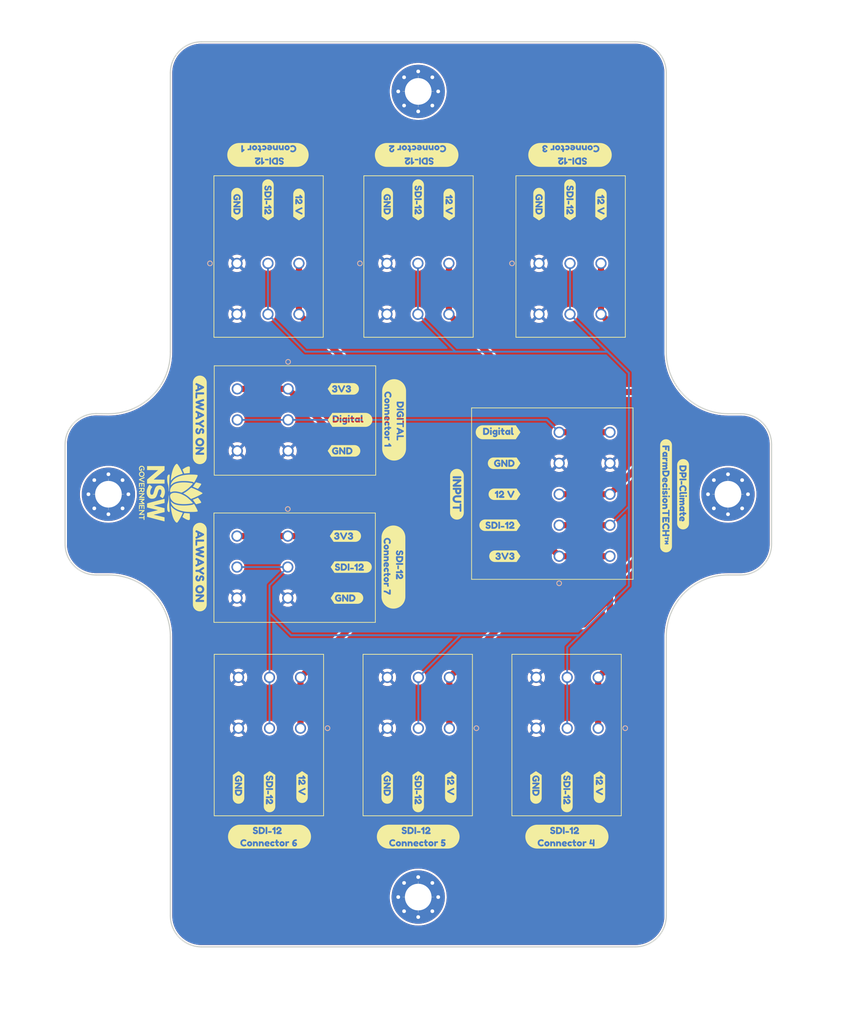
<source format=kicad_pcb>
(kicad_pcb (version 20211014) (generator pcbnew)
  (layers (0 "F.Cu" signal) (31 "B.Cu" signal) (34 "B.Paste" user) (35 "F.Paste" user) (36 "B.SilkS" user "B.Silkscreen") (37 "F.SilkS" user "F.Silkscreen") (38 "B.Mask" user) (39 "F.Mask" user) (44 "Edge.Cuts" user))
  (net 0 "")
  (net 1 "+12V")
  (net 2 "SDI-12_DATA")
  (net 3 "GND")
  (net 4 "+3.3V")
  (net 5 "Digital_Interrupt")
  (footprint "kibuzzard-6373244B" (layer "F.Cu") (at 91.25 53.005066 -90)
    (fp_text reference "kibuzzard-6373244B" hide)
    (fp_text value "G***" hide)
  )
  (footprint "kibuzzard-63638BF5" (layer "F.Cu") (at 67 45.75 180)
    (fp_text reference "kibuzzard-63638BF5" hide)
    (fp_text value "G***" hide)
  )
  (footprint "kibuzzard-63638C4D" (layer "F.Cu") (at 115.75 45.75 180)
    (fp_text reference "kibuzzard-63638C4D" hide)
    (fp_text value "G***" hide)
  )
  (footprint "DPI:small_nsw_gov" (layer "F.Cu") (at 51.119876 100.544963 -90)
    (fp_text reference "REF**" hide)
    (fp_text value "small_nsw_gov" hide)
  )
  (footprint "2604-3103:2604-3103" (layer "F.Cu") (at 62 63.25)
    (fp_text reference "J5" hide)
    (fp_text value "2604-3103" hide)
    (pad "1" thru_hole circle locked (at 0 0) (size 1.8034 1.8034) (drill 1.2954) (layers *.Cu *.Mask) (net 3 "GND"))
    (pad "2" thru_hole circle locked (at 0 8.199999) (size 1.8034 1.8034) (drill 1.2954) (layers *.Cu *.Mask) (net 3 "GND"))
    (pad "3" thru_hole circle locked (at 5 0) (size 1.8034 1.8034) (drill 1.2954) (layers *.Cu *.Mask) (net 2 "SDI-12_DATA"))
    (pad "4" thru_hole circle locked (at 5 8.199999) (size 1.8034 1.8034) (drill 1.2954) (layers *.Cu *.Mask) (net 2 "SDI-12_DATA"))
    (pad "5" thru_hole circle locked (at 10 0) (size 1.8034 1.8034) (drill 1.2954) (layers *.Cu *.Mask) (net 1 "+12V"))
    (pad "6" thru_hole circle locked (at 10 8.199999) (size 1.8034 1.8034) (drill 1.2954) (layers *.Cu *.Mask) (net 1 "+12V"))
  )
  (footprint "kibuzzard-63732503" (layer "F.Cu") (at 96.5 147.75 -90)
    (fp_text reference "kibuzzard-63732503" hide)
    (fp_text value "G***" hide)
  )
  (footprint "kibuzzard-63732958" (layer "F.Cu") (at 97.5 100.5 -90)
    (fp_text reference "kibuzzard-63732958" hide)
    (fp_text value "G***" hide)
  )
  (footprint "kibuzzard-6373250A" (layer "F.Cu") (at 86.25 147.809002 -90)
    (fp_text reference "kibuzzard-6373250A" hide)
    (fp_text value "G***" hide)
  )
  (footprint "2604-3105:2604-3105" (layer "F.Cu") (at 114 110.500001 90)
    (fp_text reference "J8" hide)
    (fp_text value "2604-3105" hide)
    (pad "1" thru_hole circle locked (at 0 0 90) (size 1.8034 1.8034) (drill 1.2954) (layers *.Cu *.Mask) (net 4 "+3.3V"))
    (pad "2" thru_hole circle locked (at 0 8.199999 90) (size 1.8034 1.8034) (drill 1.2954) (layers *.Cu *.Mask) (net 4 "+3.3V"))
    (pad "3" thru_hole circle locked (at 5 0 90) (size 1.8034 1.8034) (drill 1.2954) (layers *.Cu *.Mask) (net 2 "SDI-12_DATA"))
    (pad "4" thru_hole circle locked (at 5 8.199999 90) (size 1.8034 1.8034) (drill 1.2954) (layers *.Cu *.Mask) (net 2 "SDI-12_DATA"))
    (pad "5" thru_hole circle locked (at 10.000001 0 90) (size 1.8034 1.8034) (drill 1.2954) (layers *.Cu *.Mask) (net 1 "+12V"))
    (pad "6" thru_hole circle locked (at 10.000001 8.199999 90) (size 1.8034 1.8034) (drill 1.2954) (layers *.Cu *.Mask) (net 1 "+12V"))
    (pad "7" thru_hole circle locked (at 15.000001 0 90) (size 1.8034 1.8034) (drill 1.2954) (layers *.Cu *.Mask) (net 3 "GND"))
    (pad "8" thru_hole circle locked (at 15.000001 8.199999 90) (size 1.8034 1.8034) (drill 1.2954) (layers *.Cu *.Mask) (net 3 "GND"))
    (pad "9" thru_hole circle locked (at 20.000001 0 90) (size 1.8034 1.8034) (drill 1.2954) (layers *.Cu *.Mask) (net 5 "Digital_Interrupt"))
    (pad "10" thru_hole circle locked (at 20.000001 8.199999 90) (size 1.8034 1.8034) (drill 1.2954) (layers *.Cu *.Mask) (net 5 "Digital_Interrupt"))
  )
  (footprint "kibuzzard-637329BA" (layer "F.Cu") (at 80.25 88.5)
    (fp_text reference "kibuzzard-637329BA" hide)
    (fp_text value "G***" hide)
  )
  (footprint "kibuzzard-63638C46" (layer "F.Cu") (at 91 45.75 180)
    (fp_text reference "kibuzzard-63638C46" hide)
    (fp_text value "G***" hide)
  )
  (footprint "kibuzzard-63638C5F" (layer "F.Cu") (at 67.25 155.75)
    (fp_text reference "kibuzzard-63638C5F" hide)
    (fp_text value "G***" hide)
  )
  (footprint "kibuzzard-63732510" (layer "F.Cu") (at 67.25 148.494934 -90)
    (fp_text reference "kibuzzard-63732510" hide)
    (fp_text value "G***" hide)
  )
  (footprint "kibuzzard-637324B6" (layer "F.Cu") (at 105.177695 100.5)
    (fp_text reference "kibuzzard-637324B6" hide)
    (fp_text value "G***" hide)
  )
  (footprint "kibuzzard-6373244B" (layer "F.Cu") (at 67 53.005066 -90)
    (fp_text reference "kibuzzard-6373244B" hide)
    (fp_text value "G***" hide)
  )
  (footprint "kibuzzard-6373285E" (layer "F.Cu") (at 79.161637 83.5)
    (fp_text reference "kibuzzard-6373285E" hide)
    (fp_text value "G***" hide)
  )
  (footprint "kibuzzard-63732901" (layer "F.Cu") (at 56 112.25 -90)
    (fp_text reference "kibuzzard-63732901" hide)
    (fp_text value "G***" hide)
  )
  (footprint "kibuzzard-63638C59" (layer "F.Cu") (at 91.25 155.75)
    (fp_text reference "kibuzzard-63638C59" hide)
    (fp_text value "G***" hide)
  )
  (footprint "2604-3103:2604-3103" (layer "F.Cu") (at 120.298076 138.25 180)
    (fp_text reference "J1" hide)
    (fp_text value "2604-3103" hide)
    (pad "1" thru_hole circle locked (at 0 0 180) (size 1.8034 1.8034) (drill 1.2954) (layers *.Cu *.Mask) (net 1 "+12V"))
    (pad "2" thru_hole circle locked (at 0 8.199999 180) (size 1.8034 1.8034) (drill 1.2954) (layers *.Cu *.Mask) (net 1 "+12V"))
    (pad "3" thru_hole circle locked (at 5 0 180) (size 1.8034 1.8034) (drill 1.2954) (layers *.Cu *.Mask) (net 2 "SDI-12_DATA"))
    (pad "4" thru_hole circle locked (at 5 8.199999 180) (size 1.8034 1.8034) (drill 1.2954) (layers *.Cu *.Mask) (net 2 "SDI-12_DATA"))
    (pad "5" thru_hole circle locked (at 10 0 180) (size 1.8034 1.8034) (drill 1.2954) (layers *.Cu *.Mask) (net 3 "GND"))
    (pad "6" thru_hole circle locked (at 10 8.199999 180) (size 1.8034 1.8034) (drill 1.2954) (layers *.Cu *.Mask) (net 3 "GND"))
  )
  (footprint "kibuzzard-63732503" (layer "F.Cu") (at 120.5 147.75 -90)
    (fp_text reference "kibuzzard-63732503" hide)
    (fp_text value "G***" hide)
  )
  (footprint "2604-3103:2604-3103" (layer "F.Cu") (at 96.274038 138.25 180)
    (fp_text reference "J2" hide)
    (fp_text value "2604-3103" hide)
    (pad "1" thru_hole circle locked (at 0 0 180) (size 1.8034 1.8034) (drill 1.2954) (layers *.Cu *.Mask) (net 1 "+12V"))
    (pad "2" thru_hole circle locked (at 0 8.199999 180) (size 1.8034 1.8034) (drill 1.2954) (layers *.Cu *.Mask) (net 1 "+12V"))
    (pad "3" thru_hole circle locked (at 5 0 180) (size 1.8034 1.8034) (drill 1.2954) (layers *.Cu *.Mask) (net 2 "SDI-12_DATA"))
    (pad "4" thru_hole circle locked (at 5 8.199999 180) (size 1.8034 1.8034) (drill 1.2954) (layers *.Cu *.Mask) (net 2 "SDI-12_DATA"))
    (pad "5" thru_hole circle locked (at 10 0 180) (size 1.8034 1.8034) (drill 1.2954) (layers *.Cu *.Mask) (net 3 "GND"))
    (pad "6" thru_hole circle locked (at 10 8.199999 180) (size 1.8034 1.8034) (drill 1.2954) (layers *.Cu *.Mask) (net 3 "GND"))
  )
  (footprint "kibuzzard-637324AF" (layer "F.Cu") (at 105.228363 110.500001)
    (fp_text reference "kibuzzard-637324AF" hide)
    (fp_text value "G***" hide)
  )
  (footprint "kibuzzard-63638C53" (layer "F.Cu") (at 115.25 155.75)
    (fp_text reference "kibuzzard-63638C53" hide)
    (fp_text value "G***" hide)
  )
  (footprint "kibuzzard-63638FDF" (layer "F.Cu") (at 134 100.5 -90)
    (fp_text reference "kibuzzard-63638FDF" hide)
    (fp_text value "G***" hide)
  )
  (footprint "kibuzzard-63732503" (layer "F.Cu") (at 72.5 147.75 -90)
    (fp_text reference "kibuzzard-63732503" hide)
    (fp_text value "G***" hide)
  )
  (footprint "kibuzzard-6373244B" (layer "F.Cu") (at 115.75 53.005066 -90)
    (fp_text reference "kibuzzard-6373244B" hide)
    (fp_text value "G***" hide)
  )
  (footprint "kibuzzard-6373250A" (layer "F.Cu") (at 79.75 117.25)
    (fp_text reference "kibuzzard-6373250A" hide)
    (fp_text value "G***" hide)
  )
  (footprint "MountingHole:MountingHole_4.3mm_M4_Pad_Via" (layer "F.Cu") (at 41.25 100.5)
    (fp_text reference "REF**" hide)
    (fp_text value "MountingHole_4.3mm_M4_Pad_Via" hide)
    (pad "1" thru_hole circle locked (at 2.280419 2.280419) (size 0.9 0.9) (drill 0.6) (layers *.Cu *.Mask))
    (pad "1" thru_hole circle locked (at 0 3.225) (size 0.9 0.9) (drill 0.6) (layers *.Cu *.Mask))
    (pad "1" thru_hole circle locked (at 0 -3.225) (size 0.9 0.9) (drill 0.6) (layers *.Cu *.Mask))
    (pad "1" thru_hole circle locked (at 3.225 0) (size 0.9 0.9) (drill 0.6) (layers *.Cu *.Mask))
    (pad "1" thru_hole circle locked (at -2.280419 2.280419) (size 0.9 0.9) (drill 0.6) (layers *.Cu *.Mask))
    (pad "1" thru_hole circle locked (at -2.280419 -2.280419) (size 0.9 0.9) (drill 0.6) (layers *.Cu *.Mask))
    (pad "1" thru_hole circle locked (at 0 0) (size 8.6 8.6) (drill 4.3) (layers *.Cu *.Mask))
    (pad "1" thru_hole circle locked (at -3.225 0) (size 0.9 0.9) (drill 0.6) (layers *.Cu *.Mask))
    (pad "1" thru_hole circle locked (at 2.280419 -2.280419) (size 0.9 0.9) (drill 0.6) (layers *.Cu *.Mask))
  )
  (footprint "kibuzzard-6363901F" (layer "F.Cu") (at 131.25 100.75 -90)
    (fp_text reference "kibuzzard-6363901F" hide)
    (fp_text value "G***" hide)
  )
  (footprint "kibuzzard-6373285E" (layer "F.Cu") (at 79.5 107.25)
    (fp_text reference "kibuzzard-6373285E" hide)
    (fp_text value "G***" hide)
  )
  (footprint "kibuzzard-63732510" (layer "F.Cu") (at 80.435932 112.25)
    (fp_text reference "kibuzzard-63732510" hide)
    (fp_text value "G***" hide)
  )
  (footprint "kibuzzard-63732901" (layer "F.Cu") (at 56 88.5 -90)
    (fp_text reference "kibuzzard-63732901" hide)
    (fp_text value "G***" hide)
  )
  (footprint "kibuzzard-637329F2" (layer "F.Cu") (at 87.359999 88.5 -90)
    (fp_text reference "kibuzzard-637329F2" hide)
    (fp_text value "G***" hide)
  )
  (footprint "2604-3103:2604-3103" (layer "F.Cu") (at 72.25 138.25 180)
    (fp_text reference "J3" hide)
    (fp_text value "2604-3103" hide)
    (pad "1" thru_hole circle locked (at 0 0 180) (size 1.8034 1.8034) (drill 1.2954) (layers *.Cu *.Mask) (net 1 "+12V"))
    (pad "2" thru_hole circle locked (at 0 8.199999 180) (size 1.8034 1.8034) (drill 1.2954) (layers *.Cu *.Mask) (net 1 "+12V"))
    (pad "3" thru_hole circle locked (at 5 0 180) (size 1.8034 1.8034) (drill 1.2954) (layers *.Cu *.Mask) (net 2 "SDI-12_DATA"))
    (pad "4" thru_hole circle locked (at 5 8.199999 180) (size 1.8034 1.8034) (drill 1.2954) (layers *.Cu *.Mask) (net 2 "SDI-12_DATA"))
    (pad "5" thru_hole circle locked (at 10 0 180) (size 1.8034 1.8034) (drill 1.2954) (layers *.Cu *.Mask) (net 3 "GND"))
    (pad "6" thru_hole circle locked (at 10 8.199999 180) (size 1.8034 1.8034) (drill 1.2954) (layers *.Cu *.Mask) (net 3 "GND"))
  )
  (footprint "kibuzzard-637323EC" (layer "F.Cu") (at 110.75 53.690998 -90)
    (fp_text reference "kibuzzard-637323EC" hide)
    (fp_text value "G***" hide)
  )
  (footprint "kibuzzard-637323EC" (layer "F.Cu") (at 105.118693 95.5)
    (fp_text reference "kibuzzard-637323EC" hide)
    (fp_text value "G***" hide)
  )
  (footprint "kibuzzard-637324B6" (layer "F.Cu") (at 120.75 53.75 -90)
    (fp_text reference "kibuzzard-637324B6" hide)
    (fp_text value "G***" hide)
  )
  (footprint "2604-3103:2604-3103" (layer "F.Cu") (at 70.25 83.5 -90)
    (fp_text reference "J4" hide)
    (fp_text value "2604-3103" hide)
    (pad "1" thru_hole circle locked (at 0 0 270) (size 1.8034 1.8034) (drill 1.2954) (layers *.Cu *.Mask) (net 4 "+3.3V"))
    (pad "2" thru_hole circle locked (at 0 8.199999 270) (size 1.8034 1.8034) (drill 1.2954) (layers *.Cu *.Mask) (net 4 "+3.3V"))
    (pad "3" thru_hole circle locked (at 5 0 270) (size 1.8034 1.8034) (drill 1.2954) (layers *.Cu *.Mask) (net 5 "Digital_Interrupt"))
    (pad "4" thru_hole circle locked (at 5 8.199999 270) (size 1.8034 1.8034) (drill 1.2954) (layers *.Cu *.Mask) (net 5 "Digital_Interrupt"))
    (pad "5" thru_hole circle locked (at 10 0 270) (size 1.8034 1.8034) (drill 1.2954) (layers *.Cu *.Mask) (net 3 "GND"))
    (pad "6" thru_hole circle locked (at 10 8.199999 270) (size 1.8034 1.8034) (drill 1.2954) (layers *.Cu *.Mask) (net 3 "GND"))
  )
  (footprint "kibuzzard-637324B6" (layer "F.Cu") (at 72 53.75 -90)
    (fp_text reference "kibuzzard-637324B6" hide)
    (fp_text value "G***" hide)
  )
  (footprint "MountingHole:MountingHole_4.3mm_M4_Pad_Via" (layer "F.Cu") (at 141.25 100.5)
    (fp_text reference "REF**" hide)
    (fp_text value "MountingHole_4.3mm_M4_Pad_Via" hide)
    (pad "1" thru_hole circle locked (at 0 3.225) (size 0.9 0.9) (drill 0.6) (layers *.Cu *.Mask))
    (pad "1" thru_hole circle locked (at -2.280419 -2.280419) (size 0.9 0.9) (drill 0.6) (layers *.Cu *.Mask))
    (pad "1" thru_hole circle locked (at 2.280419 -2.280419) (size 0.9 0.9) (drill 0.6) (layers *.Cu *.Mask))
    (pad "1" thru_hole circle locked (at -2.280419 2.280419) (size 0.9 0.9) (drill 0.6) (layers *.Cu *.Mask))
    (pad "1" thru_hole circle locked (at 2.280419 2.280419) (size 0.9 0.9) (drill 0.6) (layers *.Cu *.Mask))
    (pad "1" thru_hole circle locked (at 0 0) (size 8.6 8.6) (drill 4.3) (layers *.Cu *.Mask))
    (pad "1" thru_hole circle locked (at -3.225 0) (size 0.9 0.9) (drill 0.6) (layers *.Cu *.Mask))
    (pad "1" thru_hole circle locked (at 3.225 0) (size 0.9 0.9) (drill 0.6) (layers *.Cu *.Mask))
    (pad "1" thru_hole circle locked (at 0 -3.225) (size 0.9 0.9) (drill 0.6) (layers *.Cu *.Mask))
  )
  (footprint "kibuzzard-6373250A" (layer "F.Cu") (at 110.25 147.809002 -90)
    (fp_text reference "kibuzzard-6373250A" hide)
    (fp_text value "G***" hide)
  )
  (footprint "kibuzzard-6373244B" (layer "F.Cu") (at 104.432761 105.500001)
    (fp_text reference "kibuzzard-6373244B" hide)
    (fp_text value "G***" hide)
  )
  (footprint "kibuzzard-63732487" (layer "F.Cu") (at 104.14 90.5)
    (fp_text reference "kibuzzard-63732487" hide)
    (fp_text value "G***" hide)
  )
  (footprint "kibuzzard-6373250A" (layer "F.Cu") (at 62.25 147.809002 -90)
    (fp_text reference "kibuzzard-6373250A" hide)
    (fp_text value "G***" hide)
  )
  (footprint "MountingHole:MountingHole_4.3mm_M4_Pad_Via" (layer "F.Cu") (at 91.25 35.5)
    (fp_text reference "REF**" hide)
    (fp_text value "MountingHole_4.3mm_M4_Pad_Via" hide)
    (pad "1" thru_hole circle locked (at 0 0) (size 8.6 8.6) (drill 4.3) (layers *.Cu *.Mask))
    (pad "1" thru_hole circle locked (at 2.280419 -2.280419) (size 0.9 0.9) (drill 0.6) (layers *.Cu *.Mask))
    (pad "1" thru_hole circle locked (at 3.225 0) (size 0.9 0.9) (drill 0.6) (layers *.Cu *.Mask))
    (pad "1" thru_hole circle locked (at -3.225 0) (size 0.9 0.9) (drill 0.6) (layers *.Cu *.Mask))
    (pad "1" thru_hole circle locked (at 2.280419 2.280419) (size 0.9 0.9) (drill 0.6) (layers *.Cu *.Mask))
    (pad "1" thru_hole circle locked (at -2.280419 2.280419) (size 0.9 0.9) (drill 0.6) (layers *.Cu *.Mask))
    (pad "1" thru_hole circle locked (at 0 3.225) (size 0.9 0.9) (drill 0.6) (layers *.Cu *.Mask))
    (pad "1" thru_hole circle locked (at -2.280419 -2.280419) (size 0.9 0.9) (drill 0.6) (layers *.Cu *.Mask))
    (pad "1" thru_hole circle locked (at 0 -3.225) (size 0.9 0.9) (drill 0.6) (layers *.Cu *.Mask))
  )
  (footprint "kibuzzard-63732510" (layer "F.Cu") (at 115.25 148.494934 -90)
    (fp_text reference "kibuzzard-63732510" hide)
    (fp_text value "G***" hide)
  )
  (footprint "2604-3103:2604-3103" (layer "F.Cu") (at 70.199999 107.25 -90)
    (fp_text reference "J9" hide)
    (fp_text value "2604-3103" hide)
    (pad "1" thru_hole circle locked (at 0 0 270) (size 1.8034 1.8034) (drill 1.2954) (layers *.Cu *.Mask) (net 4 "+3.3V"))
    (pad "2" thru_hole circle locked (at 0 8.199999 270) (size 1.8034 1.8034) (drill 1.2954) (layers *.Cu *.Mask) (net 4 "+3.3V"))
    (pad "3" thru_hole circle locked (at 5 0 270) (size 1.8034 1.8034) (drill 1.2954) (layers *.Cu *.Mask) (net 2 "SDI-12_DATA"))
    (pad "4" thru_hole circle locked (at 5 8.199999 270) (size 1.8034 1.8034) (drill 1.2954) (layers *.Cu *.Mask) (net 2 "SDI-12_DATA"))
    (pad "5" thru_hole circle locked (at 10 0 270) (size 1.8034 1.8034) (drill 1.2954) (layers *.Cu *.Mask) (net 3 "GND"))
    (pad "6" thru_hole circle locked (at 10 8.199999 270) (size 1.8034 1.8034) (drill 1.2954) (layers *.Cu *.Mask) (net 3 "GND"))
  )
  (footprint "kibuzzard-63732831" (layer "F.Cu") (at 87.25 112.25 -90)
    (fp_text reference "kibuzzard-63732831" hide)
    (fp_text value "G***" hide)
  )
  (footprint "2604-3103:2604-3103" (layer "F.Cu") (at 86.201924 63.25)
    (fp_text reference "J6" hide)
    (fp_text value "2604-3103" hide)
    (pad "1" thru_hole circle locked (at 0 0) (size 1.8034 1.8034) (drill 1.2954) (layers *.Cu *.Mask) (net 3 "GND"))
    (pad "2" thru_hole circle locked (at 0 8.199999) (size 1.8034 1.8034) (drill 1.2954) (layers *.Cu *.Mask) (net 3 "GND"))
    (pad "3" thru_hole circle locked (at 5 0) (size 1.8034 1.8034) (drill 1.2954) (layers *.Cu *.Mask) (net 2 "SDI-12_DATA"))
    (pad "4" thru_hole circle locked (at 5 8.199999) (size 1.8034 1.8034) (drill 1.2954) (layers *.Cu *.Mask) (net 2 "SDI-12_DATA"))
    (pad "5" thru_hole circle locked (at 10 0) (size 1.8034 1.8034) (drill 1.2954) (layers *.Cu *.Mask) (net 1 "+12V"))
    (pad "6" thru_hole circle locked (at 10 8.199999) (size 1.8034 1.8034) (drill 1.2954) (layers *.Cu *.Mask) (net 1 "+12V"))
  )
  (footprint "kibuzzard-63732510" (layer "F.Cu") (at 91.25 148.494934 -90)
    (fp_text reference "kibuzzard-63732510" hide)
    (fp_text value "G***" hide)
  )
  (footprint "MountingHole:MountingHole_4.3mm_M4_Pad_Via" (layer "F.Cu") (at 91.25 165.5)
    (fp_text reference "REF**" hide)
    (fp_text value "MountingHole_4.3mm_M4_Pad_Via" hide)
    (pad "1" thru_hole circle locked (at 3.225 0) (size 0.9 0.9) (drill 0.6) (layers *.Cu *.Mask))
    (pad "1" thru_hole circle locked (at 2.280419 -2.280419) (size 0.9 0.9) (drill 0.6) (layers *.Cu *.Mask))
    (pad "1" thru_hole circle locked (at -2.280419 -2.280419) (size 0.9 0.9) (drill 0.6) (layers *.Cu *.Mask))
    (pad "1" thru_hole circle locked (at 0 -3.225) (size 0.9 0.9) (drill 0.6) (layers *.Cu *.Mask))
    (pad "1" thru_hole circle locked (at 0 0) (size 8.6 8.6) (drill 4.3) (layers *.Cu *.Mask))
    (pad "1" thru_hole circle locked (at -2.280419 2.280419) (size 0.9 0.9) (drill 0.6) (layers *.Cu *.Mask))
    (pad "1" thru_hole circle locked (at -3.225 0) (size 0.9 0.9) (drill 0.6) (layers *.Cu *.Mask))
    (pad "1" thru_hole circle locked (at 0 3.225) (size 0.9 0.9) (drill 0.6) (layers *.Cu *.Mask))
    (pad "1" thru_hole circle locked (at 2.280419 2.280419) (size 0.9 0.9) (drill 0.6) (layers *.Cu *.Mask))
  )
  (footprint "kibuzzard-637323EC" (layer "F.Cu") (at 86.25 53.690998 -90)
    (fp_text reference "kibuzzard-637323EC" hide)
    (fp_text value "G***" hide)
  )
  (footprint "kibuzzard-6373250A" (layer "F.Cu") (at 79.271307 93.5)
    (fp_text reference "kibuzzard-6373250A" hide)
    (fp_text value "G***" hide)
  )
  (footprint "kibuzzard-637324B6" (layer "F.Cu") (at 96.25 53.75 -90)
    (fp_text reference "kibuzzard-637324B6" hide)
    (fp_text value "G***" hide)
  )
  (footprint "2604-3103:2604-3103" (layer "F.Cu") (at 110.75 63.25)
    (fp_text reference "J7" hide)
    (fp_text value "2604-3103" hide)
    (pad "1" thru_hole circle locked (at 0 0) (size 1.8034 1.8034) (drill 1.2954) (layers *.Cu *.Mask) (net 3 "GND"))
    (pad "2" thru_hole circle locked (at 0 8.199999) (size 1.8034 1.8034) (drill 1.2954) (layers *.Cu *.Mask) (net 3 "GND"))
    (pad "3" thru_hole circle locked (at 5 0) (size 1.8034 1.8034) (drill 1.2954) (layers *.Cu *.Mask) (net 2 "SDI-12_DATA"))
    (pad "4" thru_hole circle locked (at 5 8.199999) (size 1.8034 1.8034) (drill 1.2954) (layers *.Cu *.Mask) (net 2 "SDI-12_DATA"))
    (pad "5" thru_hole circle locked (at 10 0) (size 1.8034 1.8034) (drill 1.2954) (layers *.Cu *.Mask) (net 1 "+12V"))
    (pad "6" thru_hole circle locked (at 10 8.199999) (size 1.8034 1.8034) (drill 1.2954) (layers *.Cu *.Mask) (net 1 "+12V"))
  )
  (footprint "kibuzzard-637323EC" (layer "F.Cu") (at 62 53.690998 -90)
    (fp_text reference "kibuzzard-637323EC" hide)
    (fp_text value "G***" hide)
  )
  (gr_line (start 51.25 32.5) (end 51.25 77.522) (layer "Edge.Cuts") (width 0.2))
  (gr_line (start 51.25 123.517) (end 51.25 168.539) (layer "Edge.Cuts") (width 0.2))
  (gr_curve (pts (xy 143.2837 113.526) (xy 146.0587 113.526) (xy 148.2997 111.285) (xy 148.2787 108.53)) (layer "Edge.Cuts") (width 0.2))
  (gr_line (start 41.2607 87.513) (end 39.2598 87.492) (layer "Edge.Cuts") (width 0.2))
  (gr_line (start 126.2647 27.504) (end 56.2676 27.504) (layer "Edge.Cuts") (width 0.2))
  (gr_curve (pts (xy 51.25 168.539) (xy 51.2722 171.293) (xy 53.5127 173.534) (xy 56.2676 173.534)) (layer "Edge.Cuts") (width 0.2))
  (gr_line (start 56.2676 173.534) (end 126.2647 173.534) (layer "Edge.Cuts") (width 0.2))
  (gr_curve (pts (xy 131.2827 77.522) (xy 131.2827 83.036) (xy 135.7597 87.513) (xy 141.2827 87.513)) (layer "Edge.Cuts") (width 0.2))
  (gr_curve (pts (xy 141.2737 113.526) (xy 135.7597 113.505) (xy 131.2827 117.982) (xy 131.2827 123.517)) (layer "Edge.Cuts") (width 0.2))
  (gr_curve (pts (xy 51.25 123.517) (xy 51.2722 117.982) (xy 46.7934 113.505) (xy 41.2607 113.526)) (layer "Edge.Cuts") (width 0.2))
  (gr_line (start 141.2737 113.526) (end 143.2837 113.526) (layer "Edge.Cuts") (width 0.2))
  (gr_line (start 131.2827 168.539) (end 131.2827 123.517) (layer "Edge.Cuts") (width 0.2))
  (gr_line (start 143.2837 87.513) (end 141.2827 87.513) (layer "Edge.Cuts") (width 0.2))
  (gr_curve (pts (xy 41.2607 87.513) (xy 46.7934 87.513) (xy 51.2722 83.036) (xy 51.25 77.522)) (layer "Edge.Cuts") (width 0.2))
  (gr_line (start 131.2827 77.522) (end 131.2827 32.5) (layer "Edge.Cuts") (width 0.2))
  (gr_curve (pts (xy 131.2827 32.5) (xy 131.2827 29.724) (xy 129.0407 27.484) (xy 126.2647 27.504)) (layer "Edge.Cuts") (width 0.2))
  (gr_line (start 39.2488 113.526) (end 41.2607 113.526) (layer "Edge.Cuts") (width 0.2))
  (gr_curve (pts (xy 56.2676 27.504) (xy 53.5127 27.484) (xy 51.2722 29.724) (xy 51.25 32.5)) (layer "Edge.Cuts") (width 0.2))
  (gr_curve (pts (xy 148.2787 92.508) (xy 148.2997 89.733) (xy 146.0587 87.492) (xy 143.2837 87.513)) (layer "Edge.Cuts") (width 0.2))
  (gr_line (start 34.2535 92.508) (end 34.2535 108.521) (layer "Edge.Cuts") (width 0.2))
  (gr_line (start 148.2787 108.53) (end 148.2787 92.508) (layer "Edge.Cuts") (width 0.2))
  (gr_curve (pts (xy 34.2535 108.521) (xy 34.2535 111.285) (xy 36.4954 113.526) (xy 39.2488 113.526)) (layer "Edge.Cuts") (width 0.2))
  (gr_curve (pts (xy 39.2598 87.492) (xy 36.4954 87.492) (xy 34.2535 89.733) (xy 34.2535 92.508)) (layer "Edge.Cuts") (width 0.2))
  (gr_curve (pts (xy 126.2647 173.534) (xy 129.0407 173.534) (xy 131.2827 171.293) (xy 131.2827 168.539)) (layer "Edge.Cuts") (width 0.2))
  (target plus (at 91.25 35.5) (size 5) (width 0.05) (layer "Edge.Cuts"))
  (target plus (at 141.25 100.5) (size 5) (width 0.05) (layer "Edge.Cuts"))
  (target plus (at 41.25 100.5) (size 5) (width 0.05) (layer "Edge.Cuts"))
  (target plus (at 91.25 165.5) (size 5) (width 0.05) (layer "Edge.Cuts"))
  (segment (start 122.199999 115.199999) (end 122.199999 117.300001) (width 1) (layer "F.Cu") (net 1))
  (segment (start 127.75 78.449999) (end 120.75 71.449999) (width 1) (layer "F.Cu") (net 1))
  (segment (start 127.75 109.649998) (end 122.199999 115.199999) (width 1) (layer "F.Cu") (net 1))
  (segment (start 80.800001 121.5) (end 72.25 130.050001) (width 1) (layer "F.Cu") (net 1))
  (segment (start 118 121.5) (end 104.25 121.5) (width 1) (layer "F.Cu") (net 1))
  (segment (start 108.751925 84) (end 84.550001 84) (width 1) (layer "F.Cu") (net 1))
  (segment (start 108.751925 84) (end 96.201924 71.449999) (width 1) (layer "F.Cu") (net 1))
  (segment (start 127.75 94.7554) (end 127.75 109.649998) (width 1) (layer "F.Cu") (net 1))
  (segment (start 104.25 121.5) (end 104.25 122.074039) (width 1) (layer "F.Cu") (net 1))
  (segment (start 104.25 121.5) (end 80.800001 121.5) (width 1) (layer "F.Cu") (net 1))
  (segment (start 127.75 84) (end 127.75 78.449999) (width 1) (layer "F.Cu") (net 1))
  (segment (start 127.75 84) (end 108.751925 84) (width 1) (layer "F.Cu") (net 1))
  (segment (start 72.25 130.050001) (end 72.25 138.25) (width 1) (layer "F.Cu") (net 1))
  (segment (start 96.274038 130.050001) (end 96.274038 138.25) (width 1) (layer "F.Cu") (net 1))
  (segment (start 96.201924 71.449999) (end 96.201924 63.25) (width 1) (layer "F.Cu") (net 1))
  (segment (start 114 100.5) (end 122.199999 100.5) (width 1) (layer "F.Cu") (net 1))
  (segment (start 122.199999 100.5) (end 127.75 94.949999) (width 1) (layer "F.Cu") (net 1))
  (segment (start 84.550001 84) (end 72 71.449999) (width 1) (layer "F.Cu") (net 1))
  (segment (start 104.25 122.074039) (end 96.274038 130.050001) (width 1) (layer "F.Cu") (net 1))
  (segment (start 120.75 71.449999) (end 120.75 63.25) (width 1) (layer "F.Cu") (net 1))
  (segment (start 72 71.449999) (end 72 63.25) (width 1) (layer "F.Cu") (net 1))
  (segment (start 120.298076 130.050001) (end 120.298076 138.25) (width 1) (layer "F.Cu") (net 1))
  (segment (start 127.75 94.7554) (end 127.75 84) (width 1) (layer "F.Cu") (net 1))
  (segment (start 122.199999 117.300001) (end 118 121.5) (width 1) (layer "F.Cu") (net 1))
  (segment (start 122.199999 115.199999) (end 122.199999 128.148078) (width 1) (layer "F.Cu") (net 1))
  (segment (start 127.75 94.949999) (end 127.75 94.7554) (width 0.3) (layer "F.Cu") (net 1))
  (segment (start 122.199999 128.148078) (end 120.298076 130.050001) (width 1) (layer "F.Cu") (net 1))
  (segment (start 114 105.500001) (end 122.199999 105.500001) (width 1) (layer "F.Cu") (net 2))
  (segment (start 70.75 123.25) (end 67.25 119.75) (width 0.3) (layer "B.Cu") (net 2))
  (segment (start 98.074039 123.25) (end 117.1794 123.25) (width 0.3) (layer "B.Cu") (net 2))
  (segment (start 122.199999 105.500001) (end 125.25 102.45) (width 0.25) (layer "B.Cu") (net 2))
  (segment (start 67 63.25) (end 67 71.449999) (width 0.3) (layer "B.Cu") (net 2))
  (segment (start 121.768801 77.468799) (end 115.75 71.449999) (width 0.3) (layer "B.Cu") (net 2))
  (segment (start 125.25 102.45) (end 125.25 102.4356) (width 0.25) (layer "B.Cu") (net 2))
  (segment (start 115.298076 127.798076) (end 115.298076 130.050001) (width 0.3) (layer "B.Cu") (net 2))
  (segment (start 125.25 102.4356) (end 125.25 80.949999) (width 0.3) (layer "B.Cu") (net 2))
  (segment (start 91.201924 71.449999) (end 97.250963 77.499037) (width 0.3) (layer "B.Cu") (net 2))
  (segment (start 115.298076 130.050001) (end 115.298076 138.25) (width 0.3) (layer "B.Cu") (net 2))
  (segment (start 125.25 80.949999) (end 121.768801 77.468799) (width 0.3) (layer "B.Cu") (net 2))
  (segment (start 62 112.25) (end 70.199999 112.25) (width 0.3) (layer "B.Cu") (net 2))
  (segment (start 67.25 115.199999) (end 67.25 119.75) (width 0.3) (layer "B.Cu") (net 2))
  (segment (start 67.25 130.050001) (end 67.25 138.25) (width 0.3) (layer "B.Cu") (net 2))
  (segment (start 70.199999 112.25) (end 67.25 115.199999) (width 0.3) (layer "B.Cu") (net 2))
  (segment (start 121.7376 77.5) (end 121.768801 77.468799) (width 0.3) (layer "B.Cu") (net 2))
  (segment (start 67.25 119.75) (end 67.25 130.050001) (width 0.3) (layer "B.Cu") (net 2))
  (segment (start 97.250963 77.499037) (end 97.25 77.5) (width 0.3) (layer "B.Cu") (net 2))
  (segment (start 97.25 77.5) (end 121.7376 77.5) (width 0.3) (layer "B.Cu") (net 2))
  (segment (start 91.201924 71.449999) (end 91.201924 63.25) (width 0.3) (layer "B.Cu") (net 2))
  (segment (start 115.75 63.25) (end 115.75 71.449999) (width 0.3) (layer "B.Cu") (net 2))
  (segment (start 98.074039 123.25) (end 70.75 123.25) (width 0.3) (layer "B.Cu") (net 2))
  (segment (start 125.25 115.25) (end 117.2147 123.2853) (width 0.3) (layer "B.Cu") (net 2))
  (segment (start 91.274038 130.050001) (end 98.074039 123.25) (width 0.3) (layer "B.Cu") (net 2))
  (segment (start 115.298076 125.201924) (end 115.298076 127.798076) (width 0.3) (layer "B.Cu") (net 2))
  (segment (start 97.250963 77.499037) (end 73.049038 77.499037) (width 0.3) (layer "B.Cu") (net 2))
  (segment (start 117.1794 123.25) (end 117.2147 123.2853) (width 0.3) (layer "B.Cu") (net 2))
  (segment (start 117.2147 123.2853) (end 115.298076 125.201924) (width 0.3) (layer "B.Cu") (net 2))
  (segment (start 73.049038 77.499037) (end 67 71.449999) (width 0.3) (layer "B.Cu") (net 2))
  (segment (start 125.25 102.4356) (end 125.25 115.25) (width 0.3) (layer "B.Cu") (net 2))
  (segment (start 91.274038 130.050001) (end 91.274038 138.25) (width 0.3) (layer "B.Cu") (net 2))
  (segment (start 77.25 90.5) (end 70.25 83.5) (width 1) (layer "F.Cu") (net 4))
  (segment (start 81.2688 107.25) (end 110.749999 107.25) (width 1) (layer "F.Cu") (net 4))
  (segment (start 110.749999 107.25) (end 114 110.500001) (width 1) (layer "F.Cu") (net 4))
  (segment (start 77.25 103.2312) (end 81.2688 107.25) (width 1) (layer "F.Cu") (net 4))
  (segment (start 114 110.500001) (end 122.199999 110.500001) (width 1) (layer "F.Cu") (net 4))
  (segment (start 70.25 83.5) (end 62.050001 83.5) (width 1) (layer "F.Cu") (net 4))
  (segment (start 70.199999 107.25) (end 81.2688 107.25) (width 1) (layer "F.Cu") (net 4))
  (segment (start 62 107.25) (end 70.199999 107.25) (width 1) (layer "F.Cu") (net 4))
  (segment (start 77.25 90.5) (end 77.25 103.2312) (width 1) (layer "F.Cu") (net 4))
  (segment (start 114 90.5) (end 122.199999 90.5) (width 1) (layer "F.Cu") (net 5))
  (segment (start 112 88.5) (end 114 90.5) (width 0.3) (layer "B.Cu") (net 5))
  (segment (start 70.25 88.5) (end 112 88.5) (width 0.3) (layer "B.Cu") (net 5))
  (segment (start 70.25 88.5) (end 62.050001 88.5) (width 0.3) (layer "B.Cu") (net 5))
  (zone (net 3) (net_name "GND") (layers F&B.Cu) (connect_pads (clearance 0.3)) (min_thickness 0.254) (fill yes (thermal_gap 0.508) (thermal_bridge_width 0.508))
    (polygon (pts (xy 159.5 183.75) (xy 32 186) (xy 23.75 21.25) (xy 25.5 20.75) (xy 156.25 20.75)))
  )
)
</source>
